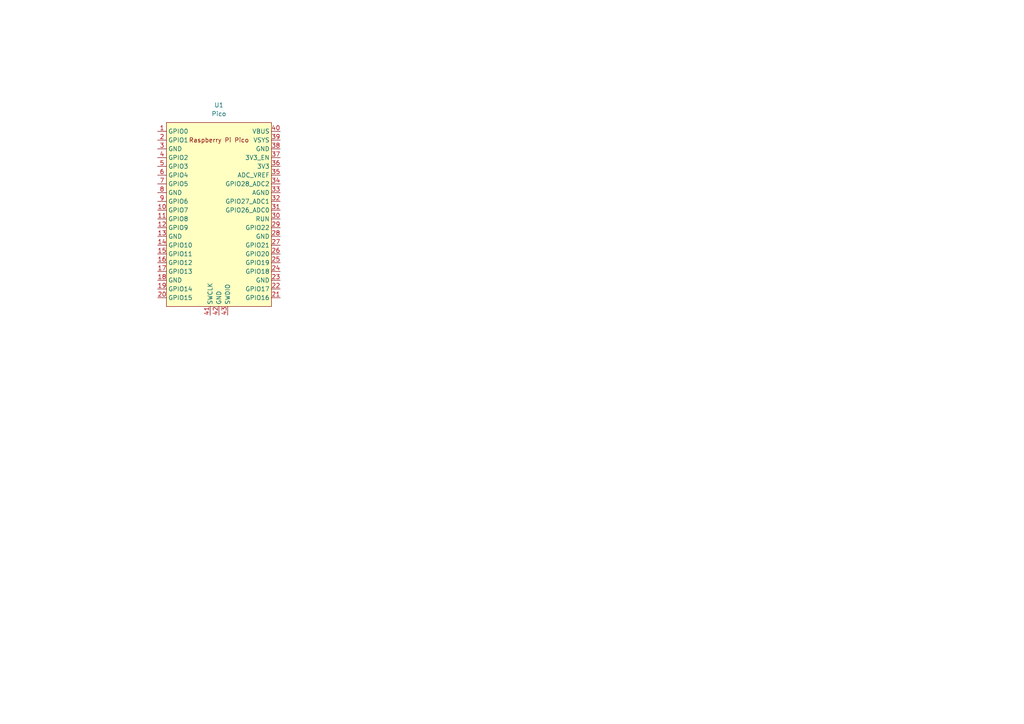
<source format=kicad_sch>
(kicad_sch (version 20230121) (generator eeschema)
  (paper "A4")
  (lib_symbols
    (symbol "MCU_RaspberryPi_and_Boards:Pico"
      (property "Reference" "U" (at -13.97 27.94 0))
      (property "Value" "Pico" (at 0 19.05 0))
      (symbol "Pico_0_0"
        (text "Raspberry Pi Pico" (at 0 21.59 0) (effects (font (size 1.27 1.27))))
      )
      (symbol "Pico_0_1"
        (rectangle (start -15.24 26.67) (end 15.24 -26.67) (fill (type background)))
      )
      (symbol "Pico_1_1"
        (pin bidirectional line (at -17.78 24.13 0) (length 2.54) (name "GPIO0") (number "1"))
        (pin bidirectional line (at -17.78 1.27 0) (length 2.54) (name "GPIO7") (number "10"))
        (pin bidirectional line (at -17.78 -1.27 0) (length 2.54) (name "GPIO8") (number "11"))
        (pin bidirectional line (at -17.78 -3.81 0) (length 2.54) (name "GPIO9") (number "12"))
        (pin power_in line (at -17.78 -6.35 0) (length 2.54) (name "GND") (number "13"))
        (pin bidirectional line (at -17.78 -8.89 0) (length 2.54) (name "GPIO10") (number "14"))
        (pin bidirectional line (at -17.78 -11.43 0) (length 2.54) (name "GPIO11") (number "15"))
        (pin bidirectional line (at -17.78 -13.97 0) (length 2.54) (name "GPIO12") (number "16"))
        (pin bidirectional line (at -17.78 -16.51 0) (length 2.54) (name "GPIO13") (number "17"))
        (pin power_in line (at -17.78 -19.05 0) (length 2.54) (name "GND") (number "18"))
        (pin bidirectional line (at -17.78 -21.59 0) (length 2.54) (name "GPIO14") (number "19"))
        (pin bidirectional line (at -17.78 21.59 0) (length 2.54) (name "GPIO1") (number "2"))
        (pin bidirectional line (at -17.78 -24.13 0) (length 2.54) (name "GPIO15") (number "20"))
        (pin bidirectional line (at 17.78 -24.13 180) (length 2.54) (name "GPIO16") (number "21"))
        (pin bidirectional line (at 17.78 -21.59 180) (length 2.54) (name "GPIO17") (number "22"))
        (pin power_in line (at 17.78 -19.05 180) (length 2.54) (name "GND") (number "23"))
        (pin bidirectional line (at 17.78 -16.51 180) (length 2.54) (name "GPIO18") (number "24"))
        (pin bidirectional line (at 17.78 -13.97 180) (length 2.54) (name "GPIO19") (number "25"))
        (pin bidirectional line (at 17.78 -11.43 180) (length 2.54) (name "GPIO20") (number "26"))
        (pin bidirectional line (at 17.78 -8.89 180) (length 2.54) (name "GPIO21") (number "27"))
        (pin power_in line (at 17.78 -6.35 180) (length 2.54) (name "GND") (number "28"))
        (pin bidirectional line (at 17.78 -3.81 180) (length 2.54) (name "GPIO22") (number "29"))
        (pin power_in line (at -17.78 19.05 0) (length 2.54) (name "GND") (number "3"))
        (pin input line (at 17.78 -1.27 180) (length 2.54) (name "RUN") (number "30"))
        (pin bidirectional line (at 17.78 1.27 180) (length 2.54) (name "GPIO26_ADC0") (number "31"))
        (pin bidirectional line (at 17.78 3.81 180) (length 2.54) (name "GPIO27_ADC1") (number "32"))
        (pin power_in line (at 17.78 6.35 180) (length 2.54) (name "AGND") (number "33"))
        (pin bidirectional line (at 17.78 8.89 180) (length 2.54) (name "GPIO28_ADC2") (number "34"))
        (pin power_in line (at 17.78 11.43 180) (length 2.54) (name "ADC_VREF") (number "35"))
        (pin power_in line (at 17.78 13.97 180) (length 2.54) (name "3V3") (number "36"))
        (pin input line (at 17.78 16.51 180) (length 2.54) (name "3V3_EN") (number "37"))
        (pin bidirectional line (at 17.78 19.05 180) (length 2.54) (name "GND") (number "38"))
        (pin power_in line (at 17.78 21.59 180) (length 2.54) (name "VSYS") (number "39"))
        (pin bidirectional line (at -17.78 16.51 0) (length 2.54) (name "GPIO2") (number "4"))
        (pin power_in line (at 17.78 24.13 180) (length 2.54) (name "VBUS") (number "40"))
        (pin input line (at -2.54 -29.21 90) (length 2.54) (name "SWCLK") (number "41"))
        (pin power_in line (at 0 -29.21 90) (length 2.54) (name "GND") (number "42"))
        (pin bidirectional line (at 2.54 -29.21 90) (length 2.54) (name "SWDIO") (number "43"))
        (pin bidirectional line (at -17.78 13.97 0) (length 2.54) (name "GPIO3") (number "5"))
        (pin bidirectional line (at -17.78 11.43 0) (length 2.54) (name "GPIO4") (number "6"))
        (pin bidirectional line (at -17.78 8.89 0) (length 2.54) (name "GPIO5") (number "7"))
        (pin power_in line (at -17.78 6.35 0) (length 2.54) (name "GND") (number "8"))
        (pin bidirectional line (at -17.78 3.81 0) (length 2.54) (name "GPIO6") (number "9"))
      )
    )
  )
  (symbol (lib_id "MCU_RaspberryPi_and_Boards:Pico") (at 63.5 62.23 0) (unit 1)
    (property "Reference" "U1" (at 63.5 30.48 0))
    (property "Value" "Pico" (at 63.5 33.02 0))
    (property "Footprint" "RPi_Pico:RPi_Pico_SMD_TH" (effects hide))
  )
)
</source>
